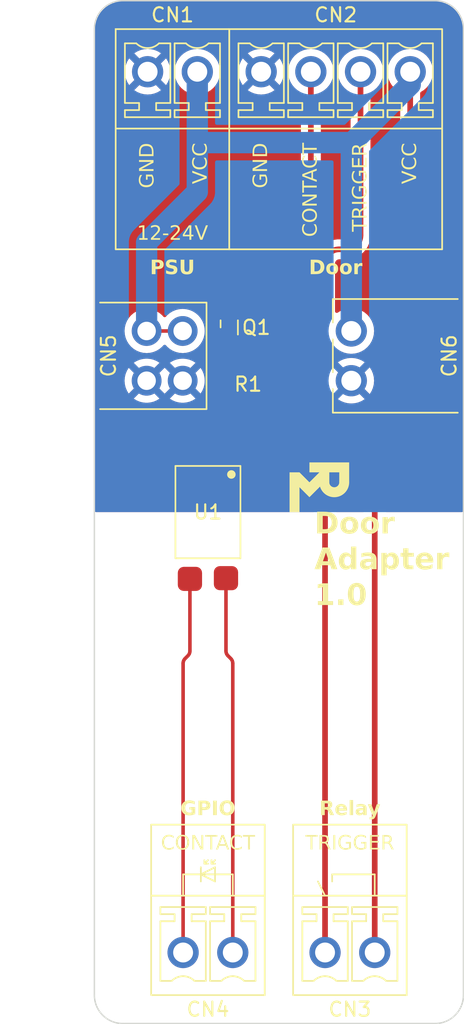
<source format=kicad_pcb>
(kicad_pcb (version 20221018) (generator pcbnew)
  (layers (0 "F.Cu" signal) (31 "B.Cu" signal) (34 "B.Paste" user) (35 "F.Paste" user) (36 "B.SilkS" user "B.Silkscreen") (37 "F.SilkS" user "F.Silkscreen") (38 "B.Mask" user) (39 "F.Mask" user) (44 "Edge.Cuts" user))
  (net 0 "")
  (net 1 "VCC")
  (net 2 "GND2")
  (net 3 "/GPIO")
  (net 4 "/GND")
  (net 5 "/DOOR_TRIGGER")
  (net 6 "/DOOR_CONTACT")
  (net 7 "Net-(Q1-D)")
  (net 8 "Net-(R1-Pad2)")
  (footprint "easyeda2kicad:CONN-TH_2P_P3.50_KF2EDGV-3.5-2P" (layer "F.Cu") (at 95.5 105.5)
    (fp_text reference "CN1" (at 0 -4.5) (layer "F.SilkS"))
    (fp_text value "KF2EDGV-3.5-2P" hide)
    (fp_line (start -3.35 -2.5) (end -3.35 1.7) (stroke (width 0.12)) (layer "F.SilkS"))
    (fp_line (start -3.35 -2.5) (end -2.55 -2.5) (stroke (width 0.12)) (layer "F.SilkS"))
    (fp_line (start -3.35 1.7) (end -2.35 1.7) (stroke (width 0.12)) (layer "F.SilkS"))
    (fp_line (start -3.35 2.2) (end -3.35 2.7) (stroke (width 0.12)) (layer "F.SilkS"))
    (fp_line (start -3.35 2.7) (end -0.15 2.7) (stroke (width 0.12)) (layer "F.SilkS"))
    (fp_line (start -2.35 1.7) (end -2.35 2.2) (stroke (width 0.12)) (layer "F.SilkS"))
    (fp_line (start -2.35 2.2) (end -3.35 2.2) (stroke (width 0.12)) (layer "F.SilkS"))
    (fp_line (start -1.15 1.7) (end -0.15 1.7) (stroke (width 0.12)) (layer "F.SilkS"))
    (fp_line (start -1.15 2.2) (end -1.15 1.7) (stroke (width 0.12)) (layer "F.SilkS"))
    (fp_line (start -0.95 -2.5) (end -0.15 -2.5) (stroke (width 0.12)) (layer "F.SilkS"))
    (fp_line (start -0.15 1.7) (end -0.15 -2.5) (stroke (width 0.12)) (layer "F.SilkS"))
    (fp_line (start -0.15 2.2) (end -1.15 2.2) (stroke (width 0.12)) (layer "F.SilkS"))
    (fp_line (start -0.15 2.7) (end -0.15 2.2) (stroke (width 0.12)) (layer "F.SilkS"))
    (fp_line (start 0.15 -2.5) (end 0.15 1.7) (stroke (width 0.12)) (layer "F.SilkS"))
    (fp_line (start 0.15 -2.5) (end 0.95 -2.5) (stroke (width 0.12)) (layer "F.SilkS"))
    (fp_line (start 0.15 1.7) (end 1.15 1.7) (stroke (width 0.12)) (layer "F.SilkS"))
    (fp_line (start 0.15 2.2) (end 0.15 2.7) (stroke (width 0.12)) (layer "F.SilkS"))
    (fp_line (start 0.15 2.7) (end 3.35 2.7) (stroke (width 0.12)) (layer "F.SilkS"))
    (fp_line (start 1.15 1.7) (end 1.15 2.2) (stroke (width 0.12)) (layer "F.SilkS"))
    (fp_line (start 1.15 2.2) (end 0.15 2.2) (stroke (width 0.12)) (layer "F.SilkS"))
    (fp_line (start 2.35 1.7) (end 3.35 1.7) (stroke (width 0.12)) (layer "F.SilkS"))
    (fp_line (start 2.35 2.2) (end 2.35 1.7) (stroke (width 0.12)) (layer "F.SilkS"))
    (fp_line (start 2.55 -2.5) (end 3.35 -2.5) (stroke (width 0.12)) (layer "F.SilkS"))
    (fp_line (start 3.35 1.7) (end 3.35 -2.5) (stroke (width 0.12)) (layer "F.SilkS"))
    (fp_line (start 3.35 2.2) (end 2.35 2.2) (stroke (width 0.12)) (layer "F.SilkS"))
    (fp_line (start 3.35 2.7) (end 3.35 2.2) (stroke (width 0.12)) (layer "F.SilkS"))
    (fp_rect (start -4 -3.5) (end 4 3.5) (stroke (width 0.12)) (fill none) (layer "F.SilkS"))
    (fp_arc (start -0.95 -2.5) (mid -1.75 -2.168629) (end -2.55 -2.5) (stroke (width 0.12)) (layer "F.SilkS"))
    (fp_arc (start 2.55 -2.5) (mid 1.75 -2.168629) (end 0.95 -2.5) (stroke (width 0.12)) (layer "F.SilkS"))
    (pad "1" thru_hole circle (at -1.75 -0.5) (size 2.2 2.2) (drill 1.4) (layers "*.Cu" "*.Mask") (net 2 "GND2"))
    (pad "2" thru_hole circle (at 1.75 -0.5) (size 2.2 2.2) (drill 1.4) (layers "*.Cu" "*.Mask") (net 1 "VCC"))
  )
  (footprint "Resistor_SMD:R_0201_0603Metric" (layer "F.Cu") (at 99.27 127 -90)
    (fp_text reference "R1" (at 0 -0.48) (layer "F.SilkS") (effects (justify left)))
    (fp_text value "47kΩ" hide)
    (pad "1" smd roundrect (at -0.32 0 270) (size 0.46 0.4) (layers "F.Cu" "F.Mask") (net 7 "Net-(Q1-D)"))
    (pad "2" smd roundrect (at 0.32 0 270) (size 0.46 0.4) (layers "F.Cu" "F.Mask") (net 8 "Net-(R1-Pad2)"))
  )
  (footprint "easyeda2kicad:CONN-TH_4P-P3.50_KF2EDGV-3.5-4P" (layer "F.Cu") (at 107 105.5)
    (fp_text reference "CN2" (at 0 -4.5) (layer "F.SilkS"))
    (fp_text value "KF2EDGV-3.5-4P" hide)
    (fp_line (start -6.85 -2.5) (end -6.85 1.7) (stroke (width 0.12)) (layer "F.SilkS"))
    (fp_line (start -6.85 -2.5) (end -6.05 -2.5) (stroke (width 0.12)) (layer "F.SilkS"))
    (fp_line (start -6.85 1.7) (end -5.85 1.7) (stroke (width 0.12)) (layer "F.SilkS"))
    (fp_line (start -6.85 2.2) (end -6.85 2.7) (stroke (width 0.12)) (layer "F.SilkS"))
    (fp_line (start -6.85 2.7) (end -3.65 2.7) (stroke (width 0.12)) (layer "F.SilkS"))
    (fp_line (start -5.85 1.7) (end -5.85 2.2) (stroke (width 0.12)) (layer "F.SilkS"))
    (fp_line (start -5.85 2.2) (end -6.85 2.2) (stroke (width 0.12)) (layer "F.SilkS"))
    (fp_line (start -4.65 1.7) (end -3.65 1.7) (stroke (width 0.12)) (layer "F.SilkS"))
    (fp_line (start -4.65 2.2) (end -4.65 1.7) (stroke (width 0.12)) (layer "F.SilkS"))
    (fp_line (start -4.45 -2.5) (end -3.65 -2.5) (stroke (width 0.12)) (layer "F.SilkS"))
    (fp_line (start -3.65 1.7) (end -3.65 -2.5) (stroke (width 0.12)) (layer "F.SilkS"))
    (fp_line (start -3.65 2.2) (end -4.65 2.2) (stroke (width 0.12)) (layer "F.SilkS"))
    (fp_line (start -3.65 2.7) (end -3.65 2.2) (stroke (width 0.12)) (layer "F.SilkS"))
    (fp_line (start -3.35 -2.5) (end -3.35 1.7) (stroke (width 0.12)) (layer "F.SilkS"))
    (fp_line (start -3.35 -2.5) (end -2.55 -2.5) (stroke (width 0.12)) (layer "F.SilkS"))
    (fp_line (start -3.35 1.7) (end -2.35 1.7) (stroke (width 0.12)) (layer "F.SilkS"))
    (fp_line (start -3.35 2.2) (end -3.35 2.7) (stroke (width 0.12)) (layer "F.SilkS"))
    (fp_line (start -3.35 2.7) (end -0.15 2.7) (stroke (width 0.12)) (layer "F.SilkS"))
    (fp_line (start -2.35 1.7) (end -2.35 2.2) (stroke (width 0.12)) (layer "F.SilkS"))
    (fp_line (start -2.35 2.2) (end -3.35 2.2) (stroke (width 0.12)) (layer "F.SilkS"))
    (fp_line (start -1.15 1.7) (end -0.15 1.7) (stroke (width 0.12)) (layer "F.SilkS"))
    (fp_line (start -1.15 2.2) (end -1.15 1.7) (stroke (width 0.12)) (layer "F.SilkS"))
    (fp_line (start -0.95 -2.5) (end -0.15 -2.5) (stroke (width 0.12)) (layer "F.SilkS"))
    (fp_line (start -0.15 1.7) (end -0.15 -2.5) (stroke (width 0.12)) (layer "F.SilkS"))
    (fp_line (start -0.15 2.2) (end -1.15 2.2) (stroke (width 0.12)) (layer "F.SilkS"))
    (fp_line (start -0.15 2.7) (end -0.15 2.2) (stroke (width 0.12)) (layer "F.SilkS"))
    (fp_line (start 0.15 -2.5) (end 0.15 1.7) (stroke (width 0.12)) (layer "F.SilkS"))
    (fp_line (start 0.15 -2.5) (end 0.95 -2.5) (stroke (width 0.12)) (layer "F.SilkS"))
    (fp_line (start 0.15 1.7) (end 1.15 1.7) (stroke (width 0.12)) (layer "F.SilkS"))
    (fp_line (start 0.15 2.2) (end 0.15 2.7) (stroke (width 0.12)) (layer "F.SilkS"))
    (fp_line (start 0.15 2.7) (end 3.35 2.7) (stroke (width 0.12)) (layer "F.SilkS"))
    (fp_line (start 1.15 1.7) (end 1.15 2.2) (stroke (width 0.12)) (layer "F.SilkS"))
    (fp_line (start 1.15 2.2) (end 0.15 2.2) (stroke (width 0.12)) (layer "F.SilkS"))
    (fp_line (start 2.35 1.7) (end 3.35 1.7) (stroke (width 0.12)) (layer "F.SilkS"))
    (fp_line (start 2.35 2.2) (end 2.35 1.7) (stroke (width 0.12)) (layer "F.SilkS"))
    (fp_line (start 2.55 -2.5) (end 3.35 -2.5) (stroke (width 0.12)) (layer "F.SilkS"))
    (fp_line (start 3.35 1.7) (end 3.35 -2.5) (stroke (width 0.12)) (layer "F.SilkS"))
    (fp_line (start 3.35 2.2) (end 2.35 2.2) (stroke (width 0.12)) (layer "F.SilkS"))
    (fp_line (start 3.35 2.7) (end 3.35 2.2) (stroke (width 0.12)) (layer "F.SilkS"))
    (fp_line (start 3.65 -2.5) (end 3.65 1.7) (stroke (width 0.12)) (layer "F.SilkS"))
    (fp_line (start 3.65 -2.5) (end 4.45 -2.5) (stroke (width 0.12)) (layer "F.SilkS"))
    (fp_line (start 3.65 1.7) (end 4.65 1.7) (stroke (width 0.12)) (layer "F.SilkS"))
    (fp_line (start 3.65 2.2) (end 3.65 2.7) (stroke (width 0.12)) (layer "F.SilkS"))
    (fp_line (start 3.65 2.7) (end 6.85 2.7) (stroke (width 0.12)) (layer "F.SilkS"))
    (fp_line (start 4.65 1.7) (end 4.65 2.2) (stroke (width 0.12)) (layer "F.SilkS"))
    (fp_line (start 4.65 2.2) (end 3.65 2.2) (stroke (width 0.12)) (layer "F.SilkS"))
    (fp_line (start 5.85 1.7) (end 6.85 1.7) (stroke (width 0.12)) (layer "F.SilkS"))
    (fp_line (start 5.85 2.2) (end 5.85 1.7) (stroke (width 0.12)) (layer "F.SilkS"))
    (fp_line (start 6.05 -2.5) (end 6.85 -2.5) (stroke (width 0.12)) (layer "F.SilkS"))
    (fp_line (start 6.85 1.7) (end 6.85 -2.5) (stroke (width 0.12)) (layer "F.SilkS"))
    (fp_line (start 6.85 2.2) (end 5.85 2.2) (stroke (width 0.12)) (layer "F.SilkS"))
    (fp_line (start 6.85 2.7) (end 6.85 2.2) (stroke (width 0.12)) (layer "F.SilkS"))
    (fp_rect (start -7.5 -3.5) (end 7.5 3.5) (stroke (width 0.12)) (fill none) (layer "F.SilkS"))
    (fp_arc (start -4.45 -2.5) (mid -5.25 -2.168629) (end -6.05 -2.5) (stroke (width 0.12)) (layer "F.SilkS"))
    (fp_arc (start -0.95 -2.5) (mid -1.75 -2.168629) (end -2.55 -2.5) (stroke (width 0.12)) (layer "F.SilkS"))
    (fp_arc (start 2.55 -2.5) (mid 1.75 -2.168629) (end 0.95 -2.5) (stroke (width 0.12)) (layer "F.SilkS"))
    (fp_arc (start 6.05 -2.5) (mid 5.25 -2.168629) (end 4.45 -2.5) (stroke (width 0.12)) (layer "F.SilkS"))
    (pad "1" thru_hole circle (at -5.25 -0.5) (size 2.2 2.2) (drill 1.4) (layers "*.Cu" "*.Mask") (net 2 "GND2"))
    (pad "2" thru_hole circle (at -1.75 -0.5) (size 2.2 2.2) (drill 1.4) (layers "*.Cu" "*.Mask") (net 6 "/DOOR_CONTACT"))
    (pad "3" thru_hole circle (at 1.75 -0.5) (size 2.2 2.2) (drill 1.4) (layers "*.Cu" "*.Mask") (net 5 "/DOOR_TRIGGER"))
    (pad "4" thru_hole circle (at 5.25 -0.5) (size 2.2 2.2) (drill 1.4) (layers "*.Cu" "*.Mask") (net 1 "VCC"))
  )
  (footprint "easyeda2kicad:OPTO-SMD-4_L4.6-W6.5-P2.54-LS10.3-TL" (layer "F.Cu") (at 98 136 -90)
    (fp_text reference "U1" (at 0 0) (layer "F.SilkS"))
    (fp_text value "PC817C" hide)
    (fp_line (start -3.25 -2.29) (end 3.25 -2.29) (stroke (width 0.12)) (layer "F.SilkS"))
    (fp_line (start -3.25 2.29) (end -3.25 -2.29) (stroke (width 0.12)) (layer "F.SilkS"))
    (fp_line (start 3.25 -2.29) (end 3.25 2.29) (stroke (width 0.12)) (layer "F.SilkS"))
    (fp_line (start 3.25 2.29) (end -3.25 2.29) (stroke (width 0.12)) (layer "F.SilkS"))
    (fp_circle (center -2.65 -1.65) (end -2.5 -1.65) (stroke (width 0.3)) (fill none) (layer "F.SilkS"))
    (pad "1" smd roundrect (at -4.7 -1.27 270) (size 1.7 1.71) (layers "F.Cu" "F.Paste" "F.Mask") (net 8 "Net-(R1-Pad2)"))
    (pad "2" smd roundrect (at -4.7 1.27 270) (size 1.7 1.71) (layers "F.Cu" "F.Paste" "F.Mask") (net 2 "GND2"))
    (pad "3" smd roundrect (at 4.7 1.27 270) (size 1.7 1.71) (layers "F.Cu" "F.Paste" "F.Mask") (net 4 "/GND"))
    (pad "4" smd roundrect (at 4.65 -1.27 270) (size 1.7 1.71) (layers "F.Cu" "F.Paste" "F.Mask") (net 3 "/GPIO"))
  )
  (footprint "easyeda2kicad:CONN-TH_2P_P3.50_KF2EDGA-3.5-2P" (layer "F.Cu") (at 90.65 125 -90)
    (fp_text reference "CN5" (at 0 -0.35 90) (layer "F.SilkS"))
    (fp_text value "KF2EDGA-3.5-2P" hide)
    (fp_line (start -3.75 -7.25) (end -3.75 0.25) (stroke (width 0.12)) (layer "F.SilkS"))
    (fp_line (start 3.75 -7.25) (end 3.75 0.25) (stroke (width 0.12)) (layer "F.SilkS"))
    (fp_rect (start -3.75 -7.25) (end 3.75 -7.25) (stroke (width 0.12)) (fill none) (layer "F.SilkS"))
    (pad "1" thru_hole circle (at -1.75 -5.57 270) (size 2.1 2.1) (drill 1.3) (layers "*.Cu" "*.Mask") (net 1 "VCC"))
    (pad "1" thru_hole circle (at -1.75 -3.03 270) (size 2.1 2.1) (drill 1.3) (layers "*.Cu" "*.Mask") (net 1 "VCC"))
    (pad "2" thru_hole circle (at 1.75 -5.57 270) (size 2.1 2.1) (drill 1.3) (layers "*.Cu" "*.Mask") (net 2 "GND2"))
    (pad "2" thru_hole circle (at 1.75 -3.03 270) (size 2.1 2.1) (drill 1.3) (layers "*.Cu" "*.Mask") (net 2 "GND2"))
  )
  (footprint "MR-Logo:MR-Logo_4.2x3.5mm" (layer "F.Cu") (at 105.5 134.25)
    (fp_text reference "REF**" hide)
    (fp_text value "MR-Logo_4.2x3.5mm" hide)
    (fp_arc (start 2.1 -0.35) (mid 1.4 0.35) (end 0.7 -0.35) (stroke (width 0.7)) (layer "F.SilkS"))
    (fp_poly (pts (xy -1.75 1.75) (xy -1.75 -1.05) (xy -1.05 -1.05) (xy -0.35 -0.35) (xy 0.35 -1.05) (xy -0.35 -1.05) (xy -0.35 -1.75) (xy 2.45 -1.75) (xy 2.45 -0.35) (xy 1.75 -0.35) (xy 1.75 -1.05) (xy 1.05 -1.05) (xy 1.05 -0.35) (xy 0.7 -0.35) (xy -0.35 0.7) (xy -1.05 0) (xy -1.05 1.75)) (fill solid) (layer "F.SilkS"))
  )
  (footprint "easyeda2kicad:CONN-TH_2P_P3.50_KF2EDGV-3.5-2P" (layer "F.Cu") (at 108 166.5 180)
    (fp_text reference "CN3" (at 0 -4.5) (layer "F.SilkS"))
    (fp_text value "KF2EDGV-3.5-2P" hide)
    (fp_line (start -3.35 -2.5) (end -3.35 1.7) (stroke (width 0.12)) (layer "F.SilkS"))
    (fp_line (start -3.35 -2.5) (end -2.55 -2.5) (stroke (width 0.12)) (layer "F.SilkS"))
    (fp_line (start -3.35 1.7) (end -2.35 1.7) (stroke (width 0.12)) (layer "F.SilkS"))
    (fp_line (start -3.35 2.2) (end -3.35 2.7) (stroke (width 0.12)) (layer "F.SilkS"))
    (fp_line (start -3.35 2.7) (end -0.15 2.7) (stroke (width 0.12)) (layer "F.SilkS"))
    (fp_line (start -2.35 1.7) (end -2.35 2.2) (stroke (width 0.12)) (layer "F.SilkS"))
    (fp_line (start -2.35 2.2) (end -3.35 2.2) (stroke (width 0.12)) (layer "F.SilkS"))
    (fp_line (start -1.15 1.7) (end -0.15 1.7) (stroke (width 0.12)) (layer "F.SilkS"))
    (fp_line (start -1.15 2.2) (end -1.15 1.7) (stroke (width 0.12)) (layer "F.SilkS"))
    (fp_line (start -0.95 -2.5) (end -0.15 -2.5) (stroke (width 0.12)) (layer "F.SilkS"))
    (fp_line (start -0.15 1.7) (end -0.15 -2.5) (stroke (width 0.12)) (layer "F.SilkS"))
    (fp_line (start -0.15 2.2) (end -1.15 2.2) (stroke (width 0.12)) (layer "F.SilkS"))
    (fp_line (start -0.15 2.7) (end -0.15 2.2) (stroke (width 0.12)) (layer "F.SilkS"))
    (fp_line (start 0.15 -2.5) (end 0.15 1.7) (stroke (width 0.12)) (layer "F.SilkS"))
    (fp_line (start 0.15 -2.5) (end 0.95 -2.5) (stroke (width 0.12)) (layer "F.SilkS"))
    (fp_line (start 0.15 1.7) (end 1.15 1.7) (stroke (width 0.12)) (layer "F.SilkS"))
    (fp_line (start 0.15 2.2) (end 0.15 2.7) (stroke (width 0.12)) (layer "F.SilkS"))
    (fp_line (start 0.15 2.7) (end 3.35 2.7) (stroke (width 0.12)) (layer "F.SilkS"))
    (fp_line (start 1.15 1.7) (end 1.15 2.2) (stroke (width 0.12)) (layer "F.SilkS"))
    (fp_line (start 1.15 2.2) (end 0.15 2.2) (stroke (width 0.12)) (layer "F.SilkS"))
    (fp_line (start 2.35 1.7) (end 3.35 1.7) (stroke (width 0.12)) (layer "F.SilkS"))
    (fp_line (start 2.35 2.2) (end 2.35 1.7) (stroke (width 0.12)) (layer "F.SilkS"))
    (fp_line (start 2.55 -2.5) (end 3.35 -2.5) (stroke (width 0.12)) (layer "F.SilkS"))
    (fp_line (start 3.35 1.7) (end 3.35 -2.5) (stroke (width 0.12)) (layer "F.SilkS"))
    (fp_line (start 3.35 2.2) (end 2.35 2.2) (stroke (width 0.12)) (layer "F.SilkS"))
    (fp_line (start 3.35 2.7) (end 3.35 2.2) (stroke (width 0.12)) (layer "F.SilkS"))
    (fp_rect (start -4 -3.5) (end 4 3.5) (stroke (width 0.12)) (fill none) (layer "F.SilkS"))
    (fp_arc (start -0.95 -2.5) (mid -1.75 -2.168629) (end -2.55 -2.5) (stroke (width 0.12)) (layer "F.SilkS"))
    (fp_arc (start 2.55 -2.5) (mid 1.75 -2.168629) (end 0.95 -2.5) (stroke (width 0.12)) (layer "F.SilkS"))
    (pad "1" thru_hole circle (at -1.75 -0.5 180) (size 2.2 2.2) (drill 1.4) (layers "*.Cu" "*.Mask") (net 1 "VCC"))
    (pad "2" thru_hole circle (at 1.75 -0.5 180) (size 2.2 2.2) (drill 1.4) (layers "*.Cu" "*.Mask") (net 5 "/DOOR_TRIGGER"))
  )
  (footprint "easyeda2kicad:CONN-TH_2P-P3.50_KF2EDGR-3.5-2P" (layer "F.Cu") (at 111.4 125 90)
    (fp_text reference "CN6" (at 0 3.6 90) (layer "F.SilkS"))
    (fp_text value "KF2EDGR-3.5-2P" hide)
    (fp_line (start -4 -4.6) (end -4 4.2) (stroke (width 0.12)) (layer "F.SilkS"))
    (fp_line (start -4 -4.6) (end -2.34 -4.6) (stroke (width 0.12)) (layer "F.SilkS"))
    (fp_line (start -1.15 -4.6) (end 1.16 -4.6) (stroke (width 0.12)) (layer "F.SilkS"))
    (fp_line (start 4 -4.6) (end 2.35 -4.6) (stroke (width 0.12)) (layer "F.SilkS"))
    (fp_line (start 4 -4.6) (end 4 4.2) (stroke (width 0.12)) (layer "F.SilkS"))
    (pad "1" thru_hole circle (at -1.75 -3.3 90) (size 2.2 2.2) (drill 1.4) (layers "*.Cu" "*.Mask") (net 2 "GND2"))
    (pad "2" thru_hole circle (at 1.75 -3.3 90) (size 2.2 2.2) (drill 1.4) (layers "*.Cu" "*.Mask") (net 1 "VCC"))
  )
  (footprint "easyeda2kicad:X1-DFN1006-3_L1.0-W0.6-P0.35-BR" (layer "F.Cu") (at 99.5 123 90)
    (fp_text reference "Q1" (at 0 3) (layer "F.SilkS") (effects (justify right)))
    (fp_text value "PMOS" hide)
    (fp_line (start -0.5 0.61) (end 0.5 0.61) (stroke (width 0.12)) (layer "F.SilkS"))
    (fp_line (start 0 -0.61) (end 0.5 -0.61) (stroke (width 0.12)) (layer "F.SilkS"))
    (pad "1" smd roundrect (at -0.35 -0.23 90) (size 0.4 0.25) (layers "F.Cu" "F.Mask") (net 7 "Net-(Q1-D)"))
    (pad "2" smd roundrect (at -0.35 0.23 90) (size 0.4 0.25) (layers "F.Cu" "F.Mask") (net 6 "/DOOR_CONTACT"))
    (pad "3" smd roundrect (at 0.35 0 90) (size 0.4 0.7) (layers "F.Cu" "F.Mask") (roundrect_rratio 0.15625) (net 6 "/DOOR_CONTACT"))
  )
  (footprint "easyeda2kicad:CONN-TH_2P_P3.50_KF2EDGV-3.5-2P" (layer "F.Cu") (at 98 166.5 180)
    (fp_text reference "CN4" (at 0 -4.5) (layer "F.SilkS"))
    (fp_text value "KF2EDGV-3.5-2P" hide)
    (fp_line (start -3.35 -2.5) (end -3.35 1.7) (stroke (width 0.12)) (layer "F.SilkS"))
    (fp_line (start -3.35 -2.5) (end -2.55 -2.5) (stroke (width 0.12)) (layer "F.SilkS"))
    (fp_line (start -3.35 1.7) (end -2.35 1.7) (stroke (width 0.12)) (layer "F.SilkS"))
    (fp_line (start -3.35 2.2) (end -3.35 2.7) (stroke (width 0.12)) (layer "F.SilkS"))
    (fp_line (start -3.35 2.7) (end -0.15 2.7) (stroke (width 0.12)) (layer "F.SilkS"))
    (fp_line (start -2.35 1.7) (end -2.35 2.2) (stroke (width 0.12)) (layer "F.SilkS"))
    (fp_line (start -2.35 2.2) (end -3.35 2.2) (stroke (width 0.12)) (layer "F.SilkS"))
    (fp_line (start -1.15 1.7) (end -0.15 1.7) (stroke (width 0.12)) (layer "F.SilkS"))
    (fp_line (start -1.15 2.2) (end -1.15 1.7) (stroke (width 0.12)) (layer "F.SilkS"))
    (fp_line (start -0.95 -2.5) (end -0.15 -2.5) (stroke (width 0.12)) (layer "F.SilkS"))
    (fp_line (start -0.15 1.7) (end -0.15 -2.5) (stroke (width 0.12)) (layer "F.SilkS"))
    (fp_line (start -0.15 2.2) (end -1.15 2.2) (stroke (width 0.12)) (layer "F.SilkS"))
    (fp_line (start -0.15 2.7) (end -0.15 2.2) (stroke (width 0.12)) (layer "F.SilkS"))
    (fp_line (start 0.15 -2.5) (end 0.15 1.7) (stroke (width 0.12)) (layer "F.SilkS"))
    (fp_line (start 0.15 -2.5) (end 0.95 -2.5) (stroke (width 0.12)) (layer "F.SilkS"))
    (fp_line (start 0.15 1.7) (end 1.15 1.7) (stroke (width 0.12)) (layer "F.SilkS"))
    (fp_line (start 0.15 2.2) (end 0.15 2.7) (stroke (width 0.12)) (layer "F.SilkS"))
    (fp_line (start 0.15 2.7) (end 3.35 2.7) (stroke (width 0.12)) (layer "F.SilkS"))
    (fp_line (start 1.15 1.7) (end 1.15 2.2) (stroke (width 0.12)) (layer "F.SilkS"))
    (fp_line (start 1.15 2.2) (end 0.15 2.2) (stroke (width 0.12)) (layer "F.SilkS"))
    (fp_line (start 2.35 1.7) (end 3.35 1.7) (stroke (width 0.12)) (layer "F.SilkS"))
    (fp_line (start 2.35 2.2) (end 2.35 1.7) (stroke (width 0.12)) (layer "F.SilkS"))
    (fp_line (start 2.55 -2.5) (end 3.35 -2.5) (stroke (width 0.12)) (layer "F.SilkS"))
    (fp_line (start 3.35 1.7) (end 3.35 -2.5) (stroke (width 0.12)) (layer "F.SilkS"))
    (fp_line (start 3.35 2.2) (end 2.35 2.2) (stroke (width 0.12)) (layer "F.SilkS"))
    (fp_line (start 3.35 2.7) (end 3.35 2.2) (stroke (width 0.12)) (layer "F.SilkS"))
    (fp_rect (start -4 -3.5) (end 4 3.5) (stroke (width 0.12)) (fill none) (layer "F.SilkS"))
    (fp_arc (start -0.95 -2.5) (mid -1.75 -2.168629) (end -2.55 -2.5) (stroke (width 0.12)) (layer "F.SilkS"))
    (fp_arc (start 2.55 -2.5) (mid 1.75 -2.168629) (end 0.95 -2.5) (stroke (width 0.12)) (layer "F.SilkS"))
    (pad "1" thru_hole circle (at -1.75 -0.5 180) (size 2.2 2.2) (drill 1.4) (layers "*.Cu" "*.Mask") (net 3 "/GPIO"))
    (pad "2" thru_hole circle (at 1.75 -0.5 180) (size 2.2 2.2) (drill 1.4) (layers "*.Cu" "*.Mask") (net 4 "/GND"))
  )
  (gr_line (start 106.25 163) (end 105.75 162) (stroke (width 0.12)) (layer "F.SilkS"))
  (gr_line (start 98.5 160.75) (end 98.25 160.75) (stroke (width 0.12)) (layer "F.SilkS"))
  (gr_line (start 98 160.75) (end 97.75 160.75) (stroke (width 0.12)) (layer "F.SilkS"))
  (gr_line (start 104 158) (end 104 163) (stroke (width 0.12)) (layer "F.SilkS"))
  (gr_line (start 109.75 161.5) (end 106.75 161.5) (stroke (width 0.12)) (layer "F.SilkS"))
  (gr_line (start 96.25 161.5) (end 96.25 163) (stroke (width 0.12)) (layer "F.SilkS"))
  (gr_line (start 106.75 161.5) (end 106.75 162) (stroke (width 0.12)) (layer "F.SilkS"))
  (gr_line (start 97.5 161.5) (end 98.5 162) (stroke (width 0.12)) (layer "F.SilkS"))
  (gr_line (start 99.5 109) (end 99.5 117.5) (stroke (width 0.12)) (layer "F.SilkS"))
  (gr_line (start 97.5 161) (end 97.5 162) (stroke (width 0.12)) (layer "F.SilkS"))
  (gr_line (start 94 158) (end 94 163) (stroke (width 0.12)) (layer "F.SilkS"))
  (gr_line (start 109.75 163) (end 109.75 161.5) (stroke (width 0.12)) (layer "F.SilkS"))
  (gr_line (start 98.5 161) (end 97.5 161.5) (stroke (width 0.12)) (layer "F.SilkS"))
  (gr_line (start 99.75 161.5) (end 96.25 161.5) (stroke (width 0.12)) (layer "F.SilkS"))
  (gr_line (start 98.25 160.5) (end 98.25 160.75) (stroke (width 0.12)) (layer "F.SilkS"))
  (gr_line (start 114.5 117.5) (end 99.5 117.5) (stroke (width 0.12)) (layer "F.SilkS"))
  (gr_line (start 98.5 160.5) (end 98.25 160.75) (stroke (width 0.12)) (layer "F.SilkS"))
  (gr_line (start 99.75 163) (end 99.75 161.5) (stroke (width 0.12)) (layer "F.SilkS"))
  (gr_line (start 98.5 162) (end 98.5 161) (stroke (width 0.12)) (layer "F.SilkS"))
  (gr_line (start 112 163) (end 112 158) (stroke (width 0.12)) (layer "F.SilkS"))
  (gr_line (start 91.5 109) (end 91.5 117.5) (stroke (width 0.12)) (layer "F.SilkS"))
  (gr_line (start 91.5 117.5) (end 99.5 117.5) (stroke (width 0.12)) (layer "F.SilkS"))
  (gr_line (start 94 158) (end 102 158) (stroke (width 0.12)) (layer "F.SilkS"))
  (gr_line (start 104 158) (end 112 158) (stroke (width 0.12)) (layer "F.SilkS"))
  (gr_line (start 102 163) (end 102 158) (stroke (width 0.12)) (layer "F.SilkS"))
  (gr_line (start 114.5 109) (end 114.5 117.5) (stroke (width 0.12)) (layer "F.SilkS"))
  (gr_line (start 97.75 160.5) (end 97.75 160.75) (stroke (width 0.12)) (layer "F.SilkS"))
  (gr_line (start 98 160.5) (end 97.75 160.75) (stroke (width 0.12)) (layer "F.SilkS"))
  (gr_line (start 116 170) (end 116 102) (stroke (width 0.1)) (layer "Edge.Cuts"))
  (gr_arc (start 116 170) (mid 115.414214 171.414214) (end 114 172) (stroke (width 0.1)) (layer "Edge.Cuts"))
  (gr_arc (start 92 172) (mid 90.585786 171.414214) (end 90 170) (stroke (width 0.1)) (layer "Edge.Cuts"))
  (gr_line (start 114 100) (end 92 100) (stroke (width 0.1)) (layer "Edge.Cuts"))
  (gr_arc (start 90 102) (mid 90.585786 100.585786) (end 92 100) (stroke (width 0.1)) (layer "Edge.Cuts"))
  (gr_line (start 90 102) (end 90 170) (stroke (width 0.1)) (layer "Edge.Cuts"))
  (gr_line (start 92 172) (end 114 172) (stroke (width 0.1)) (layer "Edge.Cuts"))
  (gr_arc (start 114 100) (mid 115.414214 100.585786) (end 116 102) (stroke (width 0.1)) (layer "Edge.Cuts"))
  (gr_text "VCC" (at 112.25 110 90) (layer "F.SilkS") (effects (font (size 1 1)) (justify right)))
  (gr_text "GPIO" (at 98 157.5) (layer "F.SilkS") (effects (font (size 1 1) (thickness 0.2) bold) (justify bottom)))
  (gr_text "TRIGGER" (at 108 158.75) (layer "F.SilkS") (effects (font (size 1 1)) (justify top)))
  (gr_text "CONTACT" (at 98 158.75) (layer "F.SilkS") (effects (font (size 1 1)) (justify top)))
  (gr_text "TRIGGER" (at 108.75 110 90) (layer "F.SilkS") (effects (font (size 1 1)) (justify right)))
  (gr_text "GND" (at 93.75 110 90) (layer "F.SilkS") (effects (font (size 1 1)) (justify right)))
  (gr_text "GND" (at 101.75 110 90) (layer "F.SilkS") (effects (font (size 1 1)) (justify right)))
  (gr_text "12-24V" (at 95.5 117) (layer "F.SilkS") (effects (font (size 1 1)) (justify bottom)))
  (gr_text "VCC" (at 97.5 110 90) (layer "F.SilkS") (effects (font (size 1 1)) (justify right)))
  (gr_text "Relay" (at 108 157.5) (layer "F.SilkS") (effects (font (size 1 1) (thickness 0.2) bold) (justify bottom)))
  (gr_text "CONTACT" (at 105.25 110 90) (layer "F.SilkS") (effects (font (size 1 1)) (justify right)))
  (gr_text "Door\nAdapter\n1.0" (at 105.5 136) (layer "F.SilkS") (effects (font (size 1.5 1.5) (thickness 0.3) bold) (justify left top)))
  (gr_text "PSU" (at 95.5 118.25) (layer "F.SilkS") (effects (font (size 1 1) (thickness 0.2) bold) (justify top)))
  (gr_text "Door" (at 107 118.25) (layer "F.SilkS") (effects (font (size 1 1) (thickness 0.2) bold) (justify top)))
  (segment (start 109.75 167) (end 109.75 129.99) (width 0.4) (layer "F.Cu") (net 1))
  (segment (start 112.25 121.460026) (end 112.239974 121.45) (width 0.4) (layer "F.Cu") (net 1))
  (segment (start 110.75 128.99) (end 111.25 128.99) (width 0.4) (layer "F.Cu") (net 1))
  (segment (start 93.68 123.25) (end 96.22 123.25) (width 0.25) (layer "F.Cu") (net 1))
  (segment (start 112.25 127.99) (end 112.25 121.460026) (width 0.4) (layer "F.Cu") (net 1))
  (segment (start 112.25 121.439974) (end 112.25 105) (width 0.4) (layer "F.Cu") (net 1))
  (segment (start 112.239974 121.45) (end 112.25 121.439974) (width 0.4) (layer "F.Cu") (net 1))
  (arc (start 109.75 129.99) (mid 110.042893 129.282893) (end 110.75 128.99) (width 0.4) (layer "F.Cu") (net 1))
  (arc (start 112.25 127.99) (mid 111.957107 128.697107) (end 111.25 128.99) (width 0.4) (layer "F.Cu") (net 1))
  (segment (start 108.16 109.99) (end 97.26 109.99) (width 1.5) (layer "B.Cu") (net 1))
  (segment (start 108.1 123.25) (end 108.1 110.05) (width 1.5) (layer "B.Cu") (net 1))
  (segment (start 108.16 109.99) (end 112.25 105.9) (width 1.5) (layer "B.Cu") (net 1))
  (segment (start 112.25 105.9) (end 112.25 105) (width 1.5) (layer "B.Cu") (net 1))
  (segment (start 97.25 105) (end 97.25 113.45) (width 1.5) (layer "B.Cu") (net 1))
  (segment (start 93.68 117.02) (end 93.68 123.25) (width 1.5) (layer "B.Cu") (net 1))
  (segment (start 97.25 113.45) (end 93.68 117.02) (width 1.5) (layer "B.Cu") (net 1))
  (segment (start 108.1 110.05) (end 108.16 109.99) (width 1.5) (layer "B.Cu") (net 1))
  (segment (start 99.27 140.65) (end 99.27 145.762893) (width 0.25) (layer "F.Cu") (net 3))
  (segment (start 99.75 146.657107) (end 99.75 167) (width 0.25) (layer "F.Cu") (net 3))
  (segment (start 99.416447 146.116447) (end 99.603554 146.303554) (width 0.25) (layer "F.Cu") (net 3))
  (arc (start 99.416447 146.116447) (mid 99.30806 145.954235) (end 99.27 145.762893) (width 0.25) (layer "F.Cu") (net 3))
  (arc (start 99.75 146.657107) (mid 99.71194 146.465766) (end 99.603554 146.303554) (width 0.25) (layer "F.Cu") (net 3))
  (segment (start 96.25 167) (end 96.25 146.657107) (width 0.25) (layer "F.Cu") (net 4))
  (segment (start 96.73 145.762893) (end 96.73 140.7) (width 0.25) (layer "F.Cu") (net 4))
  (segment (start 96.396447 146.303553) (end 96.583554 146.116446) (width 0.25) (layer "F.Cu") (net 4))
  (arc (start 96.25 146.657107) (mid 96.28806 146.465765) (end 96.396447 146.303553) (width 0.25) (layer "F.Cu") (net 4))
  (arc (start 96.583554 146.116446) (mid 96.69194 145.954234) (end 96.73 145.762893) (width 0.25) (layer "F.Cu") (net 4))
  (segment (start 106.25 167) (end 106.25 118.5) (width 0.4) (layer "F.Cu") (net 5))
  (segment (start 108.75 116.5) (end 108.75 105) (width 0.4) (layer "F.Cu") (net 5))
  (segment (start 107.25 117.5) (end 107.75 117.5) (width 0.4) (layer "F.Cu") (net 5))
  (arc (start 107.25 117.5) (mid 106.542893 117.792893) (end 106.25 118.5) (width 0.4) (layer "F.Cu") (net 5))
  (arc (start 107.75 117.5) (mid 108.457107 117.207107) (end 108.75 116.5) (width 0.4) (layer "F.Cu") (net 5))
  (segment (start 105.25 115.5) (end 105.25 105) (width 0.4) (layer "F.Cu") (net 6))
  (segment (start 99.655 122.6) (end 99.655 119.5) (width 0.4) (layer "F.Cu") (net 6))
  (segment (start 99.73 123.35) (end 99.73 122.6) (width 0.25) (layer "F.Cu") (net 6))
  (segment (start 101.655 117.5) (end 103.25 117.5) (width 0.4) (layer "F.Cu") (net 6))
  (arc (start 103.25 117.5) (mid 104.664214 116.914214) (end 105.25 115.5) (width 0.4) (layer "F.Cu") (net 6))
  (arc (start 99.655 119.5) (mid 100.240786 118.085786) (end 101.655 117.5) (width 0.4) (layer "F.Cu") (net 6))
  (segment (start 99.27 126.68) (end 99.27 123.35) (width 0.25) (layer "F.Cu") (net 7))
  (segment (start 99.27 127.32) (end 99.27 131.3) (width 0.25) (layer "F.Cu") (net 8))
  (zone (net 2) (net_name "GND2") (layers "F&B.Cu") (connect_pads (clearance 0.5)) (min_thickness 0.25) (fill yes (thermal_gap 0.5) (thermal_bridge_width 0.5) (smoothing fillet))
    (polygon (pts (xy 90 100) (xy 116 100) (xy 116 136) (xy 90 136)))
  )
)
</source>
